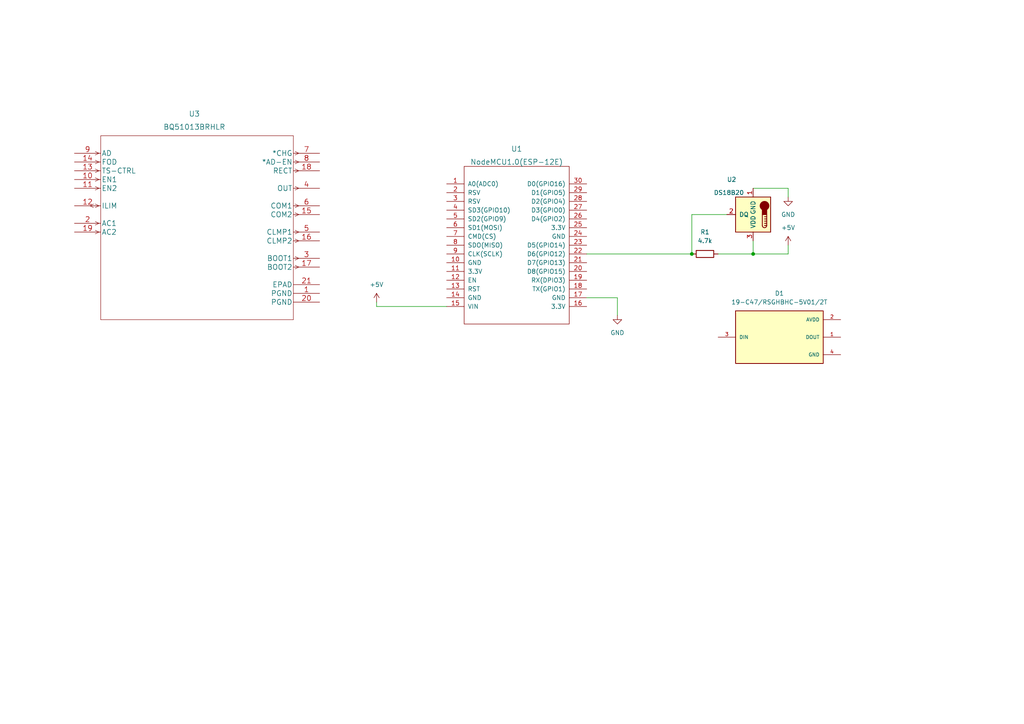
<source format=kicad_sch>
(kicad_sch (version 20211123) (generator eeschema)

  (uuid 6c7ba432-8bdc-4189-b941-ef54006bfa12)

  (paper "A4")

  (lib_symbols
    (symbol "19-C47_RSGHBHC-5V01_2T:19-C47{slash}RSGHBHC-5V01{slash}2T" (pin_names (offset 1.016)) (in_bom yes) (on_board yes)
      (property "Reference" "D" (id 0) (at -12.7 8.382 0)
        (effects (font (size 1.27 1.27)) (justify left bottom))
      )
      (property "Value" "19-C47{slash}RSGHBHC-5V01{slash}2T" (id 1) (at -12.7 -10.16 0)
        (effects (font (size 1.27 1.27)) (justify left bottom))
      )
      (property "Footprint" "LED_19-C47/RSGHBHC-5V01/2T" (id 2) (at 0 0 0)
        (effects (font (size 1.27 1.27)) (justify bottom) hide)
      )
      (property "Datasheet" "" (id 3) (at 0 0 0)
        (effects (font (size 1.27 1.27)) hide)
      )
      (property "STANDARD" "Manufacturer Recommendations" (id 4) (at 0 0 0)
        (effects (font (size 1.27 1.27)) (justify bottom) hide)
      )
      (property "MAXIMUM_PACKAGE_HEIGHT" "0.65 mm" (id 5) (at 0 0 0)
        (effects (font (size 1.27 1.27)) (justify bottom) hide)
      )
      (property "MANUFACTURER" "Everlight Electronics Co Ltd" (id 6) (at 0 0 0)
        (effects (font (size 1.27 1.27)) (justify bottom) hide)
      )
      (property "PARTREV" "5" (id 7) (at 0 0 0)
        (effects (font (size 1.27 1.27)) (justify bottom) hide)
      )
      (symbol "19-C47{slash}RSGHBHC-5V01{slash}2T_0_0"
        (rectangle (start -12.7 -7.62) (end 12.7 7.62)
          (stroke (width 0.254) (type default) (color 0 0 0 0))
          (fill (type background))
        )
        (pin output line (at 17.78 0 180) (length 5.08)
          (name "DOUT" (effects (font (size 1.016 1.016))))
          (number "1" (effects (font (size 1.016 1.016))))
        )
        (pin power_in line (at 17.78 5.08 180) (length 5.08)
          (name "AVDD" (effects (font (size 1.016 1.016))))
          (number "2" (effects (font (size 1.016 1.016))))
        )
        (pin input line (at -17.78 0 0) (length 5.08)
          (name "DIN" (effects (font (size 1.016 1.016))))
          (number "3" (effects (font (size 1.016 1.016))))
        )
        (pin power_in line (at 17.78 -5.08 180) (length 5.08)
          (name "GND" (effects (font (size 1.016 1.016))))
          (number "4" (effects (font (size 1.016 1.016))))
        )
      )
    )
    (symbol "2023-03-08_19-51-43:BQ51013BRHLR" (pin_names (offset 0.254)) (in_bom yes) (on_board yes)
      (property "Reference" "U" (id 0) (at 35.56 10.16 0)
        (effects (font (size 1.524 1.524)))
      )
      (property "Value" "BQ51013BRHLR" (id 1) (at 35.56 7.62 0)
        (effects (font (size 1.524 1.524)))
      )
      (property "Footprint" "RHL20_2P05X3P05" (id 2) (at 35.56 6.096 0)
        (effects (font (size 1.524 1.524)) hide)
      )
      (property "Datasheet" "" (id 3) (at 0 0 0)
        (effects (font (size 1.524 1.524)))
      )
      (property "ki_locked" "" (id 4) (at 0 0 0)
        (effects (font (size 1.27 1.27)))
      )
      (property "ki_fp_filters" "RHL20_2P05X3P05" (id 5) (at 0 0 0)
        (effects (font (size 1.27 1.27)) hide)
      )
      (symbol "BQ51013BRHLR_1_1"
        (polyline
          (pts
            (xy 5.5372 -15.748)
            (xy 4.4958 -15.24)
          )
          (stroke (width 0.127) (type default) (color 0 0 0 0))
          (fill (type none))
        )
        (polyline
          (pts
            (xy 5.5372 -14.732)
            (xy 4.4958 -15.24)
          )
          (stroke (width 0.127) (type default) (color 0 0 0 0))
          (fill (type none))
        )
        (polyline
          (pts
            (xy 7.112 -22.86)
            (xy 6.0452 -23.368)
          )
          (stroke (width 0.127) (type default) (color 0 0 0 0))
          (fill (type none))
        )
        (polyline
          (pts
            (xy 7.112 -22.86)
            (xy 6.0452 -22.352)
          )
          (stroke (width 0.127) (type default) (color 0 0 0 0))
          (fill (type none))
        )
        (polyline
          (pts
            (xy 7.112 -20.32)
            (xy 6.0452 -20.828)
          )
          (stroke (width 0.127) (type default) (color 0 0 0 0))
          (fill (type none))
        )
        (polyline
          (pts
            (xy 7.112 -20.32)
            (xy 6.0452 -19.812)
          )
          (stroke (width 0.127) (type default) (color 0 0 0 0))
          (fill (type none))
        )
        (polyline
          (pts
            (xy 7.112 -15.24)
            (xy 6.0452 -15.748)
          )
          (stroke (width 0.127) (type default) (color 0 0 0 0))
          (fill (type none))
        )
        (polyline
          (pts
            (xy 7.112 -15.24)
            (xy 6.0452 -14.732)
          )
          (stroke (width 0.127) (type default) (color 0 0 0 0))
          (fill (type none))
        )
        (polyline
          (pts
            (xy 7.112 -10.16)
            (xy 6.0452 -10.668)
          )
          (stroke (width 0.127) (type default) (color 0 0 0 0))
          (fill (type none))
        )
        (polyline
          (pts
            (xy 7.112 -10.16)
            (xy 6.0452 -9.652)
          )
          (stroke (width 0.127) (type default) (color 0 0 0 0))
          (fill (type none))
        )
        (polyline
          (pts
            (xy 7.112 -7.62)
            (xy 6.0452 -8.128)
          )
          (stroke (width 0.127) (type default) (color 0 0 0 0))
          (fill (type none))
        )
        (polyline
          (pts
            (xy 7.112 -7.62)
            (xy 6.0452 -7.112)
          )
          (stroke (width 0.127) (type default) (color 0 0 0 0))
          (fill (type none))
        )
        (polyline
          (pts
            (xy 7.112 -5.08)
            (xy 6.0452 -5.588)
          )
          (stroke (width 0.127) (type default) (color 0 0 0 0))
          (fill (type none))
        )
        (polyline
          (pts
            (xy 7.112 -5.08)
            (xy 6.0452 -4.572)
          )
          (stroke (width 0.127) (type default) (color 0 0 0 0))
          (fill (type none))
        )
        (polyline
          (pts
            (xy 7.112 -2.54)
            (xy 6.0452 -3.048)
          )
          (stroke (width 0.127) (type default) (color 0 0 0 0))
          (fill (type none))
        )
        (polyline
          (pts
            (xy 7.112 -2.54)
            (xy 6.0452 -2.032)
          )
          (stroke (width 0.127) (type default) (color 0 0 0 0))
          (fill (type none))
        )
        (polyline
          (pts
            (xy 7.112 0)
            (xy 6.0452 -0.508)
          )
          (stroke (width 0.127) (type default) (color 0 0 0 0))
          (fill (type none))
        )
        (polyline
          (pts
            (xy 7.112 0)
            (xy 6.0452 0.508)
          )
          (stroke (width 0.127) (type default) (color 0 0 0 0))
          (fill (type none))
        )
        (polyline
          (pts
            (xy 7.62 -48.26)
            (xy 63.5 -48.26)
          )
          (stroke (width 0.127) (type default) (color 0 0 0 0))
          (fill (type none))
        )
        (polyline
          (pts
            (xy 7.62 5.08)
            (xy 7.62 -48.26)
          )
          (stroke (width 0.127) (type default) (color 0 0 0 0))
          (fill (type none))
        )
        (polyline
          (pts
            (xy 63.5 -48.26)
            (xy 63.5 5.08)
          )
          (stroke (width 0.127) (type default) (color 0 0 0 0))
          (fill (type none))
        )
        (polyline
          (pts
            (xy 63.5 5.08)
            (xy 7.62 5.08)
          )
          (stroke (width 0.127) (type default) (color 0 0 0 0))
          (fill (type none))
        )
        (polyline
          (pts
            (xy 64.008 -33.528)
            (xy 65.0748 -33.02)
          )
          (stroke (width 0.127) (type default) (color 0 0 0 0))
          (fill (type none))
        )
        (polyline
          (pts
            (xy 64.008 -32.512)
            (xy 65.0748 -33.02)
          )
          (stroke (width 0.127) (type default) (color 0 0 0 0))
          (fill (type none))
        )
        (polyline
          (pts
            (xy 64.008 -30.988)
            (xy 65.0748 -30.48)
          )
          (stroke (width 0.127) (type default) (color 0 0 0 0))
          (fill (type none))
        )
        (polyline
          (pts
            (xy 64.008 -29.972)
            (xy 65.0748 -30.48)
          )
          (stroke (width 0.127) (type default) (color 0 0 0 0))
          (fill (type none))
        )
        (polyline
          (pts
            (xy 64.008 -25.908)
            (xy 65.0748 -25.4)
          )
          (stroke (width 0.127) (type default) (color 0 0 0 0))
          (fill (type none))
        )
        (polyline
          (pts
            (xy 64.008 -24.892)
            (xy 65.0748 -25.4)
          )
          (stroke (width 0.127) (type default) (color 0 0 0 0))
          (fill (type none))
        )
        (polyline
          (pts
            (xy 64.008 -23.368)
            (xy 65.0748 -22.86)
          )
          (stroke (width 0.127) (type default) (color 0 0 0 0))
          (fill (type none))
        )
        (polyline
          (pts
            (xy 64.008 -22.352)
            (xy 65.0748 -22.86)
          )
          (stroke (width 0.127) (type default) (color 0 0 0 0))
          (fill (type none))
        )
        (polyline
          (pts
            (xy 64.008 -18.288)
            (xy 65.0748 -17.78)
          )
          (stroke (width 0.127) (type default) (color 0 0 0 0))
          (fill (type none))
        )
        (polyline
          (pts
            (xy 64.008 -17.272)
            (xy 65.0748 -17.78)
          )
          (stroke (width 0.127) (type default) (color 0 0 0 0))
          (fill (type none))
        )
        (polyline
          (pts
            (xy 64.008 -15.748)
            (xy 65.0748 -15.24)
          )
          (stroke (width 0.127) (type default) (color 0 0 0 0))
          (fill (type none))
        )
        (polyline
          (pts
            (xy 64.008 -14.732)
            (xy 65.0748 -15.24)
          )
          (stroke (width 0.127) (type default) (color 0 0 0 0))
          (fill (type none))
        )
        (polyline
          (pts
            (xy 64.008 -10.668)
            (xy 65.0748 -10.16)
          )
          (stroke (width 0.127) (type default) (color 0 0 0 0))
          (fill (type none))
        )
        (polyline
          (pts
            (xy 64.008 -9.652)
            (xy 65.0748 -10.16)
          )
          (stroke (width 0.127) (type default) (color 0 0 0 0))
          (fill (type none))
        )
        (polyline
          (pts
            (xy 64.008 -5.588)
            (xy 65.0748 -5.08)
          )
          (stroke (width 0.127) (type default) (color 0 0 0 0))
          (fill (type none))
        )
        (polyline
          (pts
            (xy 64.008 -4.572)
            (xy 65.0748 -5.08)
          )
          (stroke (width 0.127) (type default) (color 0 0 0 0))
          (fill (type none))
        )
        (polyline
          (pts
            (xy 64.008 -3.048)
            (xy 65.0748 -2.54)
          )
          (stroke (width 0.127) (type default) (color 0 0 0 0))
          (fill (type none))
        )
        (polyline
          (pts
            (xy 64.008 -2.032)
            (xy 65.0748 -2.54)
          )
          (stroke (width 0.127) (type default) (color 0 0 0 0))
          (fill (type none))
        )
        (polyline
          (pts
            (xy 64.008 -0.508)
            (xy 65.0748 0)
          )
          (stroke (width 0.127) (type default) (color 0 0 0 0))
          (fill (type none))
        )
        (polyline
          (pts
            (xy 64.008 0.508)
            (xy 65.0748 0)
          )
          (stroke (width 0.127) (type default) (color 0 0 0 0))
          (fill (type none))
        )
        (pin power_in line (at 71.12 -40.64 180) (length 7.62)
          (name "PGND" (effects (font (size 1.4986 1.4986))))
          (number "1" (effects (font (size 1.4986 1.4986))))
        )
        (pin input line (at 0 -7.62 0) (length 7.62)
          (name "EN1" (effects (font (size 1.4986 1.4986))))
          (number "10" (effects (font (size 1.4986 1.4986))))
        )
        (pin input line (at 0 -10.16 0) (length 7.62)
          (name "EN2" (effects (font (size 1.4986 1.4986))))
          (number "11" (effects (font (size 1.4986 1.4986))))
        )
        (pin bidirectional line (at 0 -15.24 0) (length 7.62)
          (name "ILIM" (effects (font (size 1.4986 1.4986))))
          (number "12" (effects (font (size 1.4986 1.4986))))
        )
        (pin input line (at 0 -5.08 0) (length 7.62)
          (name "TS-CTRL" (effects (font (size 1.4986 1.4986))))
          (number "13" (effects (font (size 1.4986 1.4986))))
        )
        (pin input line (at 0 -2.54 0) (length 7.62)
          (name "FOD" (effects (font (size 1.4986 1.4986))))
          (number "14" (effects (font (size 1.4986 1.4986))))
        )
        (pin output line (at 71.12 -17.78 180) (length 7.62)
          (name "COM2" (effects (font (size 1.4986 1.4986))))
          (number "15" (effects (font (size 1.4986 1.4986))))
        )
        (pin output line (at 71.12 -25.4 180) (length 7.62)
          (name "CLMP2" (effects (font (size 1.4986 1.4986))))
          (number "16" (effects (font (size 1.4986 1.4986))))
        )
        (pin output line (at 71.12 -33.02 180) (length 7.62)
          (name "BOOT2" (effects (font (size 1.4986 1.4986))))
          (number "17" (effects (font (size 1.4986 1.4986))))
        )
        (pin output line (at 71.12 -5.08 180) (length 7.62)
          (name "RECT" (effects (font (size 1.4986 1.4986))))
          (number "18" (effects (font (size 1.4986 1.4986))))
        )
        (pin input line (at 0 -22.86 0) (length 7.62)
          (name "AC2" (effects (font (size 1.4986 1.4986))))
          (number "19" (effects (font (size 1.4986 1.4986))))
        )
        (pin input line (at 0 -20.32 0) (length 7.62)
          (name "AC1" (effects (font (size 1.4986 1.4986))))
          (number "2" (effects (font (size 1.4986 1.4986))))
        )
        (pin power_in line (at 71.12 -43.18 180) (length 7.62)
          (name "PGND" (effects (font (size 1.4986 1.4986))))
          (number "20" (effects (font (size 1.4986 1.4986))))
        )
        (pin unspecified line (at 71.12 -38.1 180) (length 7.62)
          (name "EPAD" (effects (font (size 1.4986 1.4986))))
          (number "21" (effects (font (size 1.4986 1.4986))))
        )
        (pin output line (at 71.12 -30.48 180) (length 7.62)
          (name "BOOT1" (effects (font (size 1.4986 1.4986))))
          (number "3" (effects (font (size 1.4986 1.4986))))
        )
        (pin output line (at 71.12 -10.16 180) (length 7.62)
          (name "OUT" (effects (font (size 1.4986 1.4986))))
          (number "4" (effects (font (size 1.4986 1.4986))))
        )
        (pin output line (at 71.12 -22.86 180) (length 7.62)
          (name "CLMP1" (effects (font (size 1.4986 1.4986))))
          (number "5" (effects (font (size 1.4986 1.4986))))
        )
        (pin output line (at 71.12 -15.24 180) (length 7.62)
          (name "COM1" (effects (font (size 1.4986 1.4986))))
          (number "6" (effects (font (size 1.4986 1.4986))))
        )
        (pin output line (at 71.12 0 180) (length 7.62)
          (name "*CHG" (effects (font (size 1.4986 1.4986))))
          (number "7" (effects (font (size 1.4986 1.4986))))
        )
        (pin output line (at 71.12 -2.54 180) (length 7.62)
          (name "*AD-EN" (effects (font (size 1.4986 1.4986))))
          (number "8" (effects (font (size 1.4986 1.4986))))
        )
        (pin input line (at 0 0 0) (length 7.62)
          (name "AD" (effects (font (size 1.4986 1.4986))))
          (number "9" (effects (font (size 1.4986 1.4986))))
        )
      )
    )
    (symbol "Device:R" (pin_numbers hide) (pin_names (offset 0)) (in_bom yes) (on_board yes)
      (property "Reference" "R" (id 0) (at 2.032 0 90)
        (effects (font (size 1.27 1.27)))
      )
      (property "Value" "R" (id 1) (at 0 0 90)
        (effects (font (size 1.27 1.27)))
      )
      (property "Footprint" "" (id 2) (at -1.778 0 90)
        (effects (font (size 1.27 1.27)) hide)
      )
      (property "Datasheet" "~" (id 3) (at 0 0 0)
        (effects (font (size 1.27 1.27)) hide)
      )
      (property "ki_keywords" "R res resistor" (id 4) (at 0 0 0)
        (effects (font (size 1.27 1.27)) hide)
      )
      (property "ki_description" "Resistor" (id 5) (at 0 0 0)
        (effects (font (size 1.27 1.27)) hide)
      )
      (property "ki_fp_filters" "R_*" (id 6) (at 0 0 0)
        (effects (font (size 1.27 1.27)) hide)
      )
      (symbol "R_0_1"
        (rectangle (start -1.016 -2.54) (end 1.016 2.54)
          (stroke (width 0.254) (type default) (color 0 0 0 0))
          (fill (type none))
        )
      )
      (symbol "R_1_1"
        (pin passive line (at 0 3.81 270) (length 1.27)
          (name "~" (effects (font (size 1.27 1.27))))
          (number "1" (effects (font (size 1.27 1.27))))
        )
        (pin passive line (at 0 -3.81 90) (length 1.27)
          (name "~" (effects (font (size 1.27 1.27))))
          (number "2" (effects (font (size 1.27 1.27))))
        )
      )
    )
    (symbol "ESP8266:NodeMCU1.0(ESP-12E)" (pin_names (offset 1.016)) (in_bom yes) (on_board yes)
      (property "Reference" "U" (id 0) (at 0 21.59 0)
        (effects (font (size 1.524 1.524)))
      )
      (property "Value" "NodeMCU1.0(ESP-12E)" (id 1) (at 0 -21.59 0)
        (effects (font (size 1.524 1.524)))
      )
      (property "Footprint" "" (id 2) (at -15.24 -21.59 0)
        (effects (font (size 1.524 1.524)))
      )
      (property "Datasheet" "" (id 3) (at -15.24 -21.59 0)
        (effects (font (size 1.524 1.524)))
      )
      (symbol "NodeMCU1.0(ESP-12E)_0_1"
        (rectangle (start -15.24 -22.86) (end 15.24 22.86)
          (stroke (width 0) (type default) (color 0 0 0 0))
          (fill (type none))
        )
      )
      (symbol "NodeMCU1.0(ESP-12E)_1_1"
        (pin input line (at -20.32 17.78 0) (length 5.08)
          (name "A0(ADC0)" (effects (font (size 1.27 1.27))))
          (number "1" (effects (font (size 1.27 1.27))))
        )
        (pin input line (at -20.32 -5.08 0) (length 5.08)
          (name "GND" (effects (font (size 1.27 1.27))))
          (number "10" (effects (font (size 1.27 1.27))))
        )
        (pin input line (at -20.32 -7.62 0) (length 5.08)
          (name "3.3V" (effects (font (size 1.27 1.27))))
          (number "11" (effects (font (size 1.27 1.27))))
        )
        (pin input line (at -20.32 -10.16 0) (length 5.08)
          (name "EN" (effects (font (size 1.27 1.27))))
          (number "12" (effects (font (size 1.27 1.27))))
        )
        (pin input line (at -20.32 -12.7 0) (length 5.08)
          (name "RST" (effects (font (size 1.27 1.27))))
          (number "13" (effects (font (size 1.27 1.27))))
        )
        (pin input line (at -20.32 -15.24 0) (length 5.08)
          (name "GND" (effects (font (size 1.27 1.27))))
          (number "14" (effects (font (size 1.27 1.27))))
        )
        (pin input line (at -20.32 -17.78 0) (length 5.08)
          (name "VIN" (effects (font (size 1.27 1.27))))
          (number "15" (effects (font (size 1.27 1.27))))
        )
        (pin input line (at 20.32 -17.78 180) (length 5.08)
          (name "3.3V" (effects (font (size 1.27 1.27))))
          (number "16" (effects (font (size 1.27 1.27))))
        )
        (pin input line (at 20.32 -15.24 180) (length 5.08)
          (name "GND" (effects (font (size 1.27 1.27))))
          (number "17" (effects (font (size 1.27 1.27))))
        )
        (pin input line (at 20.32 -12.7 180) (length 5.08)
          (name "TX(GPIO1)" (effects (font (size 1.27 1.27))))
          (number "18" (effects (font (size 1.27 1.27))))
        )
        (pin input line (at 20.32 -10.16 180) (length 5.08)
          (name "RX(DPIO3)" (effects (font (size 1.27 1.27))))
          (number "19" (effects (font (size 1.27 1.27))))
        )
        (pin input line (at -20.32 15.24 0) (length 5.08)
          (name "RSV" (effects (font (size 1.27 1.27))))
          (number "2" (effects (font (size 1.27 1.27))))
        )
        (pin input line (at 20.32 -7.62 180) (length 5.08)
          (name "D8(GPIO15)" (effects (font (size 1.27 1.27))))
          (number "20" (effects (font (size 1.27 1.27))))
        )
        (pin input line (at 20.32 -5.08 180) (length 5.08)
          (name "D7(GPIO13)" (effects (font (size 1.27 1.27))))
          (number "21" (effects (font (size 1.27 1.27))))
        )
        (pin input line (at 20.32 -2.54 180) (length 5.08)
          (name "D6(GPIO12)" (effects (font (size 1.27 1.27))))
          (number "22" (effects (font (size 1.27 1.27))))
        )
        (pin input line (at 20.32 0 180) (length 5.08)
          (name "D5(GPIO14)" (effects (font (size 1.27 1.27))))
          (number "23" (effects (font (size 1.27 1.27))))
        )
        (pin input line (at 20.32 2.54 180) (length 5.08)
          (name "GND" (effects (font (size 1.27 1.27))))
          (number "24" (effects (font (size 1.27 1.27))))
        )
        (pin input line (at 20.32 5.08 180) (length 5.08)
          (name "3.3V" (effects (font (size 1.27 1.27))))
          (number "25" (effects (font (size 1.27 1.27))))
        )
        (pin input line (at 20.32 7.62 180) (length 5.08)
          (name "D4(GPIO2)" (effects (font (size 1.27 1.27))))
          (number "26" (effects (font (size 1.27 1.27))))
        )
        (pin input line (at 20.32 10.16 180) (length 5.08)
          (name "D3(GPIO0)" (effects (font (size 1.27 1.27))))
          (number "27" (effects (font (size 1.27 1.27))))
        )
        (pin input line (at 20.32 12.7 180) (length 5.08)
          (name "D2(GPIO4)" (effects (font (size 1.27 1.27))))
          (number "28" (effects (font (size 1.27 1.27))))
        )
        (pin input line (at 20.32 15.24 180) (length 5.08)
          (name "D1(GPIO5)" (effects (font (size 1.27 1.27))))
          (number "29" (effects (font (size 1.27 1.27))))
        )
        (pin input line (at -20.32 12.7 0) (length 5.08)
          (name "RSV" (effects (font (size 1.27 1.27))))
          (number "3" (effects (font (size 1.27 1.27))))
        )
        (pin input line (at 20.32 17.78 180) (length 5.08)
          (name "D0(GPIO16)" (effects (font (size 1.27 1.27))))
          (number "30" (effects (font (size 1.27 1.27))))
        )
        (pin input line (at -20.32 10.16 0) (length 5.08)
          (name "SD3(GPIO10)" (effects (font (size 1.27 1.27))))
          (number "4" (effects (font (size 1.27 1.27))))
        )
        (pin input line (at -20.32 7.62 0) (length 5.08)
          (name "SD2(GPIO9)" (effects (font (size 1.27 1.27))))
          (number "5" (effects (font (size 1.27 1.27))))
        )
        (pin input line (at -20.32 5.08 0) (length 5.08)
          (name "SD1(MOSI)" (effects (font (size 1.27 1.27))))
          (number "6" (effects (font (size 1.27 1.27))))
        )
        (pin input line (at -20.32 2.54 0) (length 5.08)
          (name "CMD(CS)" (effects (font (size 1.27 1.27))))
          (number "7" (effects (font (size 1.27 1.27))))
        )
        (pin input line (at -20.32 0 0) (length 5.08)
          (name "SDO(MISO)" (effects (font (size 1.27 1.27))))
          (number "8" (effects (font (size 1.27 1.27))))
        )
        (pin input line (at -20.32 -2.54 0) (length 5.08)
          (name "CLK(SCLK)" (effects (font (size 1.27 1.27))))
          (number "9" (effects (font (size 1.27 1.27))))
        )
      )
    )
    (symbol "Sensor_Temperature:DS18B20" (pin_names (offset 1.016)) (in_bom yes) (on_board yes)
      (property "Reference" "U" (id 0) (at -3.81 6.35 0)
        (effects (font (size 1.27 1.27)))
      )
      (property "Value" "DS18B20" (id 1) (at 6.35 6.35 0)
        (effects (font (size 1.27 1.27)))
      )
      (property "Footprint" "Package_TO_SOT_THT:TO-92_Inline" (id 2) (at -25.4 -6.35 0)
        (effects (font (size 1.27 1.27)) hide)
      )
      (property "Datasheet" "http://datasheets.maximintegrated.com/en/ds/DS18B20.pdf" (id 3) (at -3.81 6.35 0)
        (effects (font (size 1.27 1.27)) hide)
      )
      (property "ki_keywords" "OneWire 1Wire Dallas Maxim" (id 4) (at 0 0 0)
        (effects (font (size 1.27 1.27)) hide)
      )
      (property "ki_description" "Programmable Resolution 1-Wire Digital Thermometer TO-92" (id 5) (at 0 0 0)
        (effects (font (size 1.27 1.27)) hide)
      )
      (property "ki_fp_filters" "TO*92*" (id 6) (at 0 0 0)
        (effects (font (size 1.27 1.27)) hide)
      )
      (symbol "DS18B20_0_1"
        (rectangle (start -5.08 5.08) (end 5.08 -5.08)
          (stroke (width 0.254) (type default) (color 0 0 0 0))
          (fill (type background))
        )
        (circle (center -3.302 -2.54) (radius 1.27)
          (stroke (width 0.254) (type default) (color 0 0 0 0))
          (fill (type outline))
        )
        (rectangle (start -2.667 -1.905) (end -3.937 0)
          (stroke (width 0.254) (type default) (color 0 0 0 0))
          (fill (type outline))
        )
        (arc (start -2.667 3.175) (mid -3.302 3.81) (end -3.937 3.175)
          (stroke (width 0.254) (type default) (color 0 0 0 0))
          (fill (type none))
        )
        (polyline
          (pts
            (xy -3.937 0.635)
            (xy -3.302 0.635)
          )
          (stroke (width 0.254) (type default) (color 0 0 0 0))
          (fill (type none))
        )
        (polyline
          (pts
            (xy -3.937 1.27)
            (xy -3.302 1.27)
          )
          (stroke (width 0.254) (type default) (color 0 0 0 0))
          (fill (type none))
        )
        (polyline
          (pts
            (xy -3.937 1.905)
            (xy -3.302 1.905)
          )
          (stroke (width 0.254) (type default) (color 0 0 0 0))
          (fill (type none))
        )
        (polyline
          (pts
            (xy -3.937 2.54)
            (xy -3.302 2.54)
          )
          (stroke (width 0.254) (type default) (color 0 0 0 0))
          (fill (type none))
        )
        (polyline
          (pts
            (xy -3.937 3.175)
            (xy -3.937 0)
          )
          (stroke (width 0.254) (type default) (color 0 0 0 0))
          (fill (type none))
        )
        (polyline
          (pts
            (xy -3.937 3.175)
            (xy -3.302 3.175)
          )
          (stroke (width 0.254) (type default) (color 0 0 0 0))
          (fill (type none))
        )
        (polyline
          (pts
            (xy -2.667 3.175)
            (xy -2.667 0)
          )
          (stroke (width 0.254) (type default) (color 0 0 0 0))
          (fill (type none))
        )
      )
      (symbol "DS18B20_1_1"
        (pin power_in line (at 0 -7.62 90) (length 2.54)
          (name "GND" (effects (font (size 1.27 1.27))))
          (number "1" (effects (font (size 1.27 1.27))))
        )
        (pin bidirectional line (at 7.62 0 180) (length 2.54)
          (name "DQ" (effects (font (size 1.27 1.27))))
          (number "2" (effects (font (size 1.27 1.27))))
        )
        (pin power_in line (at 0 7.62 270) (length 2.54)
          (name "VDD" (effects (font (size 1.27 1.27))))
          (number "3" (effects (font (size 1.27 1.27))))
        )
      )
    )
    (symbol "power:+5V" (power) (pin_names (offset 0)) (in_bom yes) (on_board yes)
      (property "Reference" "#PWR" (id 0) (at 0 -3.81 0)
        (effects (font (size 1.27 1.27)) hide)
      )
      (property "Value" "+5V" (id 1) (at 0 3.556 0)
        (effects (font (size 1.27 1.27)))
      )
      (property "Footprint" "" (id 2) (at 0 0 0)
        (effects (font (size 1.27 1.27)) hide)
      )
      (property "Datasheet" "" (id 3) (at 0 0 0)
        (effects (font (size 1.27 1.27)) hide)
      )
      (property "ki_keywords" "global power" (id 4) (at 0 0 0)
        (effects (font (size 1.27 1.27)) hide)
      )
      (property "ki_description" "Power symbol creates a global label with name \"+5V\"" (id 5) (at 0 0 0)
        (effects (font (size 1.27 1.27)) hide)
      )
      (symbol "+5V_0_1"
        (polyline
          (pts
            (xy -0.762 1.27)
            (xy 0 2.54)
          )
          (stroke (width 0) (type default) (color 0 0 0 0))
          (fill (type none))
        )
        (polyline
          (pts
            (xy 0 0)
            (xy 0 2.54)
          )
          (stroke (width 0) (type default) (color 0 0 0 0))
          (fill (type none))
        )
        (polyline
          (pts
            (xy 0 2.54)
            (xy 0.762 1.27)
          )
          (stroke (width 0) (type default) (color 0 0 0 0))
          (fill (type none))
        )
      )
      (symbol "+5V_1_1"
        (pin power_in line (at 0 0 90) (length 0) hide
          (name "+5V" (effects (font (size 1.27 1.27))))
          (number "1" (effects (font (size 1.27 1.27))))
        )
      )
    )
    (symbol "power:GND" (power) (pin_names (offset 0)) (in_bom yes) (on_board yes)
      (property "Reference" "#PWR" (id 0) (at 0 -6.35 0)
        (effects (font (size 1.27 1.27)) hide)
      )
      (property "Value" "GND" (id 1) (at 0 -3.81 0)
        (effects (font (size 1.27 1.27)))
      )
      (property "Footprint" "" (id 2) (at 0 0 0)
        (effects (font (size 1.27 1.27)) hide)
      )
      (property "Datasheet" "" (id 3) (at 0 0 0)
        (effects (font (size 1.27 1.27)) hide)
      )
      (property "ki_keywords" "global power" (id 4) (at 0 0 0)
        (effects (font (size 1.27 1.27)) hide)
      )
      (property "ki_description" "Power symbol creates a global label with name \"GND\" , ground" (id 5) (at 0 0 0)
        (effects (font (size 1.27 1.27)) hide)
      )
      (symbol "GND_0_1"
        (polyline
          (pts
            (xy 0 0)
            (xy 0 -1.27)
            (xy 1.27 -1.27)
            (xy 0 -2.54)
            (xy -1.27 -1.27)
            (xy 0 -1.27)
          )
          (stroke (width 0) (type default) (color 0 0 0 0))
          (fill (type none))
        )
      )
      (symbol "GND_1_1"
        (pin power_in line (at 0 0 270) (length 0) hide
          (name "GND" (effects (font (size 1.27 1.27))))
          (number "1" (effects (font (size 1.27 1.27))))
        )
      )
    )
  )

  (junction (at 200.66 73.66) (diameter 0) (color 0 0 0 0)
    (uuid 71d63e64-5b55-4193-b8c8-518c1ba2f7d5)
  )
  (junction (at 218.44 73.66) (diameter 0) (color 0 0 0 0)
    (uuid d4928756-3652-46ea-acbb-4ab6c849b92d)
  )

  (wire (pts (xy 200.66 62.23) (xy 200.66 73.66))
    (stroke (width 0) (type default) (color 0 0 0 0))
    (uuid 0b2c0f68-57ab-4541-b895-00f04f85edfa)
  )
  (wire (pts (xy 179.07 86.36) (xy 179.07 91.44))
    (stroke (width 0) (type default) (color 0 0 0 0))
    (uuid 11020d21-a603-40ea-b4a3-9087f328a898)
  )
  (wire (pts (xy 228.6 73.66) (xy 228.6 71.12))
    (stroke (width 0) (type default) (color 0 0 0 0))
    (uuid 3e094799-e575-4e04-8440-11e1beb88b51)
  )
  (wire (pts (xy 218.44 73.66) (xy 228.6 73.66))
    (stroke (width 0) (type default) (color 0 0 0 0))
    (uuid 815e3107-8462-4f04-9461-d78941904f00)
  )
  (wire (pts (xy 170.18 86.36) (xy 179.07 86.36))
    (stroke (width 0) (type default) (color 0 0 0 0))
    (uuid 8e4a9e0a-3dfe-4b5f-95ea-65b3201833bc)
  )
  (wire (pts (xy 228.6 54.61) (xy 228.6 57.15))
    (stroke (width 0) (type default) (color 0 0 0 0))
    (uuid 90e8c71a-85ef-4cca-a512-c9c9a6ab035a)
  )
  (wire (pts (xy 109.22 88.9) (xy 109.22 87.63))
    (stroke (width 0) (type default) (color 0 0 0 0))
    (uuid 9236e0e3-5670-41ee-8ee2-aa45a93a5d1d)
  )
  (wire (pts (xy 218.44 54.61) (xy 228.6 54.61))
    (stroke (width 0) (type default) (color 0 0 0 0))
    (uuid a6e787a3-31cd-4c27-b72a-d3c8b8d89436)
  )
  (wire (pts (xy 170.18 73.66) (xy 200.66 73.66))
    (stroke (width 0) (type default) (color 0 0 0 0))
    (uuid b1959cef-3873-432d-ba8a-68a8b48bbec8)
  )
  (wire (pts (xy 129.54 88.9) (xy 109.22 88.9))
    (stroke (width 0) (type default) (color 0 0 0 0))
    (uuid ba14c149-b90b-4094-b22e-196a05a8359f)
  )
  (wire (pts (xy 210.82 62.23) (xy 200.66 62.23))
    (stroke (width 0) (type default) (color 0 0 0 0))
    (uuid d948b109-3a34-4285-81d0-aa2a34ccb842)
  )
  (wire (pts (xy 218.44 69.85) (xy 218.44 73.66))
    (stroke (width 0) (type default) (color 0 0 0 0))
    (uuid df2bdffc-58f6-4aae-ad75-e5892debdacb)
  )
  (wire (pts (xy 208.28 73.66) (xy 218.44 73.66))
    (stroke (width 0) (type default) (color 0 0 0 0))
    (uuid e3895c4a-cabc-4ed8-b4d8-33cdef26b71c)
  )

  (symbol (lib_id "19-C47_RSGHBHC-5V01_2T:19-C47{slash}RSGHBHC-5V01{slash}2T") (at 226.06 97.79 0) (unit 1)
    (in_bom yes) (on_board yes) (fields_autoplaced)
    (uuid 19d8081e-a449-4264-ae91-25936a7e5695)
    (property "Reference" "D1" (id 0) (at 226.06 85.09 0))
    (property "Value" "19-C47/RSGHBHC-5V01/2T" (id 1) (at 226.06 87.63 0))
    (property "Footprint" "19-C47_RSGHBHC-5V01_2T:LED_19-C47_RSGHBHC-5V01_2T" (id 2) (at 226.06 97.79 0)
      (effects (font (size 1.27 1.27)) (justify bottom) hide)
    )
    (property "Datasheet" "" (id 3) (at 226.06 97.79 0)
      (effects (font (size 1.27 1.27)) hide)
    )
    (property "STANDARD" "Manufacturer Recommendations" (id 4) (at 226.06 97.79 0)
      (effects (font (size 1.27 1.27)) (justify bottom) hide)
    )
    (property "MAXIMUM_PACKAGE_HEIGHT" "0.65 mm" (id 5) (at 226.06 97.79 0)
      (effects (font (size 1.27 1.27)) (justify bottom) hide)
    )
    (property "MANUFACTURER" "Everlight Electronics Co Ltd" (id 6) (at 226.06 97.79 0)
      (effects (font (size 1.27 1.27)) (justify bottom) hide)
    )
    (property "PARTREV" "5" (id 7) (at 226.06 97.79 0)
      (effects (font (size 1.27 1.27)) (justify bottom) hide)
    )
    (pin "1" (uuid dcfb3403-1b9c-4ca5-949f-aac8c223c678))
    (pin "2" (uuid 1e31b1e9-5656-4f63-91ee-9065b23e6084))
    (pin "3" (uuid 7798577b-b168-4f71-8015-dffd0888e0ee))
    (pin "4" (uuid 0715bdf4-498a-4893-ae95-b225a5ee9be6))
  )

  (symbol (lib_id "Device:R") (at 204.47 73.66 90) (unit 1)
    (in_bom yes) (on_board yes) (fields_autoplaced)
    (uuid 3ee7917d-8f52-4a72-99c9-c1a0cfbccc7b)
    (property "Reference" "R1" (id 0) (at 204.47 67.31 90))
    (property "Value" "4.7k" (id 1) (at 204.47 69.85 90))
    (property "Footprint" "Resistor_SMD:R_0805_2012Metric_Pad1.20x1.40mm_HandSolder" (id 2) (at 204.47 75.438 90)
      (effects (font (size 1.27 1.27)) hide)
    )
    (property "Datasheet" "~" (id 3) (at 204.47 73.66 0)
      (effects (font (size 1.27 1.27)) hide)
    )
    (pin "1" (uuid fa97b424-2fe4-41b6-a88b-9b6d35ab812c))
    (pin "2" (uuid 955e66af-7fea-46be-9ea2-13cae53ee3fe))
  )

  (symbol (lib_id "Sensor_Temperature:DS18B20") (at 218.44 62.23 180) (unit 1)
    (in_bom yes) (on_board yes)
    (uuid 48475ce2-beb1-4cad-8ab9-9782875e2827)
    (property "Reference" "U2" (id 0) (at 210.82 52.07 0)
      (effects (font (size 1.27 1.27)) (justify right))
    )
    (property "Value" "DS18B20" (id 1) (at 207.01 55.88 0)
      (effects (font (size 1.27 1.27)) (justify right))
    )
    (property "Footprint" "Package_TO_SOT_THT:TO-92_Inline" (id 2) (at 243.84 55.88 0)
      (effects (font (size 1.27 1.27)) hide)
    )
    (property "Datasheet" "http://datasheets.maximintegrated.com/en/ds/DS18B20.pdf" (id 3) (at 222.25 68.58 0)
      (effects (font (size 1.27 1.27)) hide)
    )
    (pin "1" (uuid a2de3f32-b9b7-46fd-824f-800f45de3bab))
    (pin "2" (uuid dc7b0614-a97c-4c47-98a9-5f954b417664))
    (pin "3" (uuid c967d8fa-8958-49dc-8630-221a0152939c))
  )

  (symbol (lib_id "power:+5V") (at 228.6 71.12 0) (unit 1)
    (in_bom yes) (on_board yes) (fields_autoplaced)
    (uuid 4989aa8e-8d52-4570-966f-eaf98ab832ad)
    (property "Reference" "#PWR0104" (id 0) (at 228.6 74.93 0)
      (effects (font (size 1.27 1.27)) hide)
    )
    (property "Value" "+5V" (id 1) (at 228.6 66.04 0))
    (property "Footprint" "" (id 2) (at 228.6 71.12 0)
      (effects (font (size 1.27 1.27)) hide)
    )
    (property "Datasheet" "" (id 3) (at 228.6 71.12 0)
      (effects (font (size 1.27 1.27)) hide)
    )
    (pin "1" (uuid 01e3fe96-60a0-46c4-9ce7-74eb02dfb0e4))
  )

  (symbol (lib_id "power:+5V") (at 109.22 87.63 0) (unit 1)
    (in_bom yes) (on_board yes) (fields_autoplaced)
    (uuid 5755092d-811f-41d4-8765-e442e851774e)
    (property "Reference" "#PWR0103" (id 0) (at 109.22 91.44 0)
      (effects (font (size 1.27 1.27)) hide)
    )
    (property "Value" "+5V" (id 1) (at 109.22 82.55 0))
    (property "Footprint" "" (id 2) (at 109.22 87.63 0)
      (effects (font (size 1.27 1.27)) hide)
    )
    (property "Datasheet" "" (id 3) (at 109.22 87.63 0)
      (effects (font (size 1.27 1.27)) hide)
    )
    (pin "1" (uuid 69780a40-f833-4eff-93b6-2b926532023e))
  )

  (symbol (lib_id "2023-03-08_19-51-43:BQ51013BRHLR") (at 21.59 44.45 0) (unit 1)
    (in_bom yes) (on_board yes) (fields_autoplaced)
    (uuid a10dda5d-be5e-4a3c-b001-a7c0afbc1940)
    (property "Reference" "U3" (id 0) (at 56.3753 33.02 0)
      (effects (font (size 1.524 1.524)))
    )
    (property "Value" "BQ51013BRHLR" (id 1) (at 56.3753 36.83 0)
      (effects (font (size 1.524 1.524)))
    )
    (property "Footprint" "footprints:BQ51013BRHLR" (id 2) (at 57.15 38.354 0)
      (effects (font (size 1.524 1.524)) hide)
    )
    (property "Datasheet" "" (id 3) (at 21.59 44.45 0)
      (effects (font (size 1.524 1.524)))
    )
    (pin "1" (uuid f78128e6-99c7-46e8-98d8-758bc1fd944e))
    (pin "10" (uuid a370c60b-4920-456d-b520-9c5208a0734d))
    (pin "11" (uuid a037da4f-afbf-474b-9e8d-eabcca407cb0))
    (pin "12" (uuid 8f04f1ef-1ed4-4036-bbb3-159a272b4607))
    (pin "13" (uuid af70cfaf-89ea-42ed-90b9-31491fc22faa))
    (pin "14" (uuid 7ffc1023-4144-4964-871c-0da5a31315fe))
    (pin "15" (uuid 7e5cf21e-9711-478b-b5d2-3b6a69376eff))
    (pin "16" (uuid c098d452-de0d-4d00-a6e1-00d2b14763a2))
    (pin "17" (uuid 124762bc-c644-4766-9507-fa5d2703b037))
    (pin "18" (uuid e77bf395-a5fc-4b94-b6d9-761eb3a0bc11))
    (pin "19" (uuid 7fc6dc63-a67e-4f3e-966e-9a08dfad306c))
    (pin "2" (uuid cd7edfbc-5c9f-4401-bc84-4fc720015df9))
    (pin "20" (uuid 2b18e05e-17e1-4e60-9a7f-b982a0d10cf5))
    (pin "21" (uuid e051850e-0c72-4058-9129-eee19aceb752))
    (pin "3" (uuid 22dd662c-11a5-4e09-b620-a1fd0b57c693))
    (pin "4" (uuid 46cba2c0-5411-4a6b-a32d-2959d7f708d8))
    (pin "5" (uuid ca089efc-7db6-4003-8771-f06206bf4928))
    (pin "6" (uuid df215390-a5f8-49c4-81ca-d9660d8ed7e2))
    (pin "7" (uuid 51f4f221-7de1-46ae-b372-841e5a4b1314))
    (pin "8" (uuid 5229f0a8-2d69-48a8-9de3-f292bfe68e4f))
    (pin "9" (uuid dd627c17-287f-4f21-ba7e-4beec4d58924))
  )

  (symbol (lib_id "power:GND") (at 179.07 91.44 0) (unit 1)
    (in_bom yes) (on_board yes) (fields_autoplaced)
    (uuid b1a48aae-fe3d-4e58-a9bb-a4bc259c2405)
    (property "Reference" "#PWR0102" (id 0) (at 179.07 97.79 0)
      (effects (font (size 1.27 1.27)) hide)
    )
    (property "Value" "GND" (id 1) (at 179.07 96.52 0))
    (property "Footprint" "" (id 2) (at 179.07 91.44 0)
      (effects (font (size 1.27 1.27)) hide)
    )
    (property "Datasheet" "" (id 3) (at 179.07 91.44 0)
      (effects (font (size 1.27 1.27)) hide)
    )
    (pin "1" (uuid c2ea0a87-723d-476c-ac32-069c1fd04feb))
  )

  (symbol (lib_id "power:GND") (at 228.6 57.15 0) (unit 1)
    (in_bom yes) (on_board yes) (fields_autoplaced)
    (uuid d1d39956-2782-46ef-8d0b-d5f3ea910c51)
    (property "Reference" "#PWR0101" (id 0) (at 228.6 63.5 0)
      (effects (font (size 1.27 1.27)) hide)
    )
    (property "Value" "GND" (id 1) (at 228.6 62.23 0))
    (property "Footprint" "" (id 2) (at 228.6 57.15 0)
      (effects (font (size 1.27 1.27)) hide)
    )
    (property "Datasheet" "" (id 3) (at 228.6 57.15 0)
      (effects (font (size 1.27 1.27)) hide)
    )
    (pin "1" (uuid b69ddace-545d-48cb-8161-c9e59487404d))
  )

  (symbol (lib_id "ESP8266:NodeMCU1.0(ESP-12E)") (at 149.86 71.12 0) (unit 1)
    (in_bom yes) (on_board yes) (fields_autoplaced)
    (uuid daa0a5c0-ca0c-4237-b6ad-aedfd7e58881)
    (property "Reference" "U1" (id 0) (at 149.86 43.18 0)
      (effects (font (size 1.524 1.524)))
    )
    (property "Value" "NodeMCU1.0(ESP-12E)" (id 1) (at 149.86 46.99 0)
      (effects (font (size 1.524 1.524)))
    )
    (property "Footprint" "113990105:SEEED_113990105" (id 2) (at 134.62 92.71 0)
      (effects (font (size 1.524 1.524)) hide)
    )
    (property "Datasheet" "" (id 3) (at 134.62 92.71 0)
      (effects (font (size 1.524 1.524)))
    )
    (pin "1" (uuid f5e3c76b-50bf-4757-ac18-77bd9935fc5c))
    (pin "10" (uuid 0802fb36-85ef-47cc-99f9-f0169c7873dc))
    (pin "11" (uuid b706f260-dfce-4f1b-85ff-0e4a67731c7a))
    (pin "12" (uuid 2ce4bedd-c17b-492b-84c4-4f368074708d))
    (pin "13" (uuid 2926da62-8a76-4171-8d68-702c6a28a718))
    (pin "14" (uuid d6079214-d4bf-4fbd-bcb7-73a6e4aec24e))
    (pin "15" (uuid bf3caa74-06e7-45fe-ae7b-6b0f18275678))
    (pin "16" (uuid 608d729e-1d1f-4847-9a5b-cf3d61c4124a))
    (pin "17" (uuid 176e8ffe-6bc3-4c03-863c-2a5d215644fc))
    (pin "18" (uuid 8479c6d8-fa9e-4f87-8299-937c1bced1c2))
    (pin "19" (uuid a25cc414-2480-4033-a17f-c34abcb995bf))
    (pin "2" (uuid 738023ae-e4ba-45d6-96c9-3d7d14b58c77))
    (pin "20" (uuid c13debe0-100c-4b4a-8137-8735eef31e6e))
    (pin "21" (uuid 28dd6e32-8890-40ee-b3a4-d8f1232b4412))
    (pin "22" (uuid d0b2ab8a-e2ed-425f-a6c2-c24119213476))
    (pin "23" (uuid 857250f6-12d1-4ddc-9c6e-bd5cf646b4dc))
    (pin "24" (uuid 95b85e24-4a38-47c2-b709-dd9568c9703c))
    (pin "25" (uuid a1139177-d924-4763-9363-37604a1bd91a))
    (pin "26" (uuid 0e1418b9-80f9-44c7-91d6-941c4e1525d1))
    (pin "27" (uuid 047f8067-e00d-4662-b92a-e18e66af2dd2))
    (pin "28" (uuid 0ec956bb-e940-4c8a-a782-197ecaff7646))
    (pin "29" (uuid 4e522ac5-9d58-4fd9-ab1d-3fda9d8ba626))
    (pin "3" (uuid 9259baf0-cc6e-4a90-988c-38927a113f02))
    (pin "30" (uuid 3272b601-aa1f-4376-b7f3-f9208b1ba22b))
    (pin "4" (uuid ad6abae7-d897-4428-9d6a-4747c96ef4ea))
    (pin "5" (uuid 649809d5-31ed-488b-bfb1-b4ba8b499102))
    (pin "6" (uuid c690e2ac-675c-4e5d-b387-601ef07d8418))
    (pin "7" (uuid a1891eb0-d38d-4a1e-8b71-f6b38971c01d))
    (pin "8" (uuid a53a4ee1-5c86-4aec-b30f-c729194fbe49))
    (pin "9" (uuid 5a6818f1-a2e9-4b21-9676-1a0820cefa56))
  )

  (sheet_instances
    (path "/" (page "1"))
  )

  (symbol_instances
    (path "/d1d39956-2782-46ef-8d0b-d5f3ea910c51"
      (reference "#PWR0101") (unit 1) (value "GND") (footprint "")
    )
    (path "/b1a48aae-fe3d-4e58-a9bb-a4bc259c2405"
      (reference "#PWR0102") (unit 1) (value "GND") (footprint "")
    )
    (path "/5755092d-811f-41d4-8765-e442e851774e"
      (reference "#PWR0103") (unit 1) (value "+5V") (footprint "")
    )
    (path "/4989aa8e-8d52-4570-966f-eaf98ab832ad"
      (reference "#PWR0104") (unit 1) (value "+5V") (footprint "")
    )
    (path "/19d8081e-a449-4264-ae91-25936a7e5695"
      (reference "D1") (unit 1) (value "19-C47/RSGHBHC-5V01/2T") (footprint "19-C47_RSGHBHC-5V01_2T:LED_19-C47_RSGHBHC-5V01_2T")
    )
    (path "/3ee7917d-8f52-4a72-99c9-c1a0cfbccc7b"
      (reference "R1") (unit 1) (value "4.7k") (footprint "Resistor_SMD:R_0805_2012Metric_Pad1.20x1.40mm_HandSolder")
    )
    (path "/daa0a5c0-ca0c-4237-b6ad-aedfd7e58881"
      (reference "U1") (unit 1) (value "NodeMCU1.0(ESP-12E)") (footprint "113990105:SEEED_113990105")
    )
    (path "/48475ce2-beb1-4cad-8ab9-9782875e2827"
      (reference "U2") (unit 1) (value "DS18B20") (footprint "Package_TO_SOT_THT:TO-92_Inline")
    )
    (path "/a10dda5d-be5e-4a3c-b001-a7c0afbc1940"
      (reference "U3") (unit 1) (value "BQ51013BRHLR") (footprint "footprints:BQ51013BRHLR")
    )
  )
)

</source>
